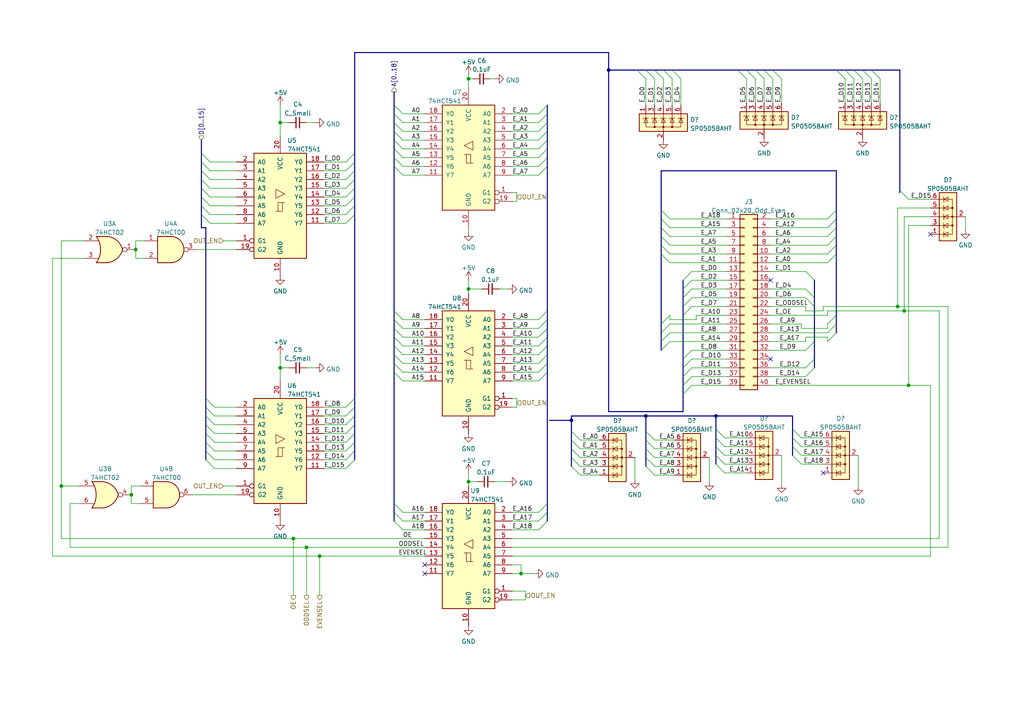
<source format=kicad_sch>
(kicad_sch (version 20211123) (generator eeschema)
  (paper "A4")
  (junction (at 151.13 166.37))
  (junction (at 135.89 22.86))
  (junction (at 165.735 121.92))
  (junction (at 85.09 156.21))
  (junction (at 263.525 111.76))
  (junction (at 88.9 158.75))
  (junction (at 81.28 35.56))
  (junction (at 39.37 72.39))
  (junction (at 207.645 120.65))
  (junction (at 81.28 106.68))
  (junction (at 92.71 161.29))
  (junction (at 176.53 20.32))
  (junction (at 135.89 139.7))
  (junction (at 262.255 90.17))
  (junction (at 260.35 88.9))
  (junction (at 38.1 143.51))
  (junction (at 187.325 120.65))
  (junction (at 17.78 140.97))
  (junction (at 135.89 83.82))
  (no_connect (at 269.875 67.945))
  (no_connect (at 223.52 81.28))
  (no_connect (at 223.52 104.14))
  (no_connect (at 238.76 137.16))
  (no_connect (at 123.19 163.83))
  (no_connect (at 123.19 166.37))
  (bus_entry (at 233.68 109.22) (size 2.54 -2.54))
  (bus_entry (at 233.68 106.68) (size 2.54 -2.54))
  (bus_entry (at 194.31 76.2) (size -2.54 -2.54))
  (bus_entry (at 194.31 93.98) (size -2.54 2.54))
  (bus_entry (at 194.31 91.44) (size -2.54 2.54))
  (bus_entry (at 194.31 68.58) (size -2.54 -2.54))
  (bus_entry (at 194.31 66.04) (size -2.54 -2.54))
  (bus_entry (at 194.31 71.12) (size -2.54 -2.54))
  (bus_entry (at 194.31 63.5) (size -2.54 -2.54))
  (bus_entry (at 194.31 73.66) (size -2.54 -2.54))
  (bus_entry (at 194.31 96.52) (size -2.54 2.54))
  (bus_entry (at 194.31 99.06) (size -2.54 2.54))
  (bus_entry (at 229.87 127) (size 2.54 2.54))
  (bus_entry (at 229.87 124.46) (size 2.54 2.54))
  (bus_entry (at 229.87 129.54) (size 2.54 2.54))
  (bus_entry (at 100.33 46.99) (size 2.54 -2.54))
  (bus_entry (at 100.33 49.53) (size 2.54 -2.54))
  (bus_entry (at 100.33 52.07) (size 2.54 -2.54))
  (bus_entry (at 100.33 54.61) (size 2.54 -2.54))
  (bus_entry (at 100.33 57.15) (size 2.54 -2.54))
  (bus_entry (at 100.33 59.69) (size 2.54 -2.54))
  (bus_entry (at 100.33 62.23) (size 2.54 -2.54))
  (bus_entry (at 100.33 64.77) (size 2.54 -2.54))
  (bus_entry (at 100.33 128.27) (size 2.54 -2.54))
  (bus_entry (at 100.33 130.81) (size 2.54 -2.54))
  (bus_entry (at 100.33 133.35) (size 2.54 -2.54))
  (bus_entry (at 100.33 135.89) (size 2.54 -2.54))
  (bus_entry (at 100.33 118.11) (size 2.54 -2.54))
  (bus_entry (at 100.33 120.65) (size 2.54 -2.54))
  (bus_entry (at 100.33 123.19) (size 2.54 -2.54))
  (bus_entry (at 100.33 125.73) (size 2.54 -2.54))
  (bus_entry (at 229.87 132.08) (size 2.54 2.54))
  (bus_entry (at 260.985 55.245) (size 2.54 2.54))
  (bus_entry (at 156.21 48.26) (size 2.54 -2.54))
  (bus_entry (at 156.21 50.8) (size 2.54 -2.54))
  (bus_entry (at 156.21 92.71) (size 2.54 -2.54))
  (bus_entry (at 156.21 95.25) (size 2.54 -2.54))
  (bus_entry (at 156.21 97.79) (size 2.54 -2.54))
  (bus_entry (at 156.21 100.33) (size 2.54 -2.54))
  (bus_entry (at 156.21 102.87) (size 2.54 -2.54))
  (bus_entry (at 156.21 105.41) (size 2.54 -2.54))
  (bus_entry (at 156.21 107.95) (size 2.54 -2.54))
  (bus_entry (at 156.21 110.49) (size 2.54 -2.54))
  (bus_entry (at 198.12 81.28) (size 2.54 -2.54))
  (bus_entry (at 198.12 91.44) (size 2.54 -2.54))
  (bus_entry (at 198.12 88.9) (size 2.54 -2.54))
  (bus_entry (at 198.12 86.36) (size 2.54 -2.54))
  (bus_entry (at 198.12 83.82) (size 2.54 -2.54))
  (bus_entry (at 198.12 114.3) (size 2.54 -2.54))
  (bus_entry (at 198.12 104.14) (size 2.54 -2.54))
  (bus_entry (at 198.12 106.68) (size 2.54 -2.54))
  (bus_entry (at 198.12 109.22) (size 2.54 -2.54))
  (bus_entry (at 198.12 111.76) (size 2.54 -2.54))
  (bus_entry (at 156.21 33.02) (size 2.54 -2.54))
  (bus_entry (at 156.21 35.56) (size 2.54 -2.54))
  (bus_entry (at 156.21 38.1) (size 2.54 -2.54))
  (bus_entry (at 156.21 40.64) (size 2.54 -2.54))
  (bus_entry (at 156.21 43.18) (size 2.54 -2.54))
  (bus_entry (at 156.21 45.72) (size 2.54 -2.54))
  (bus_entry (at 156.21 148.59) (size 2.54 -2.54))
  (bus_entry (at 156.21 151.13) (size 2.54 -2.54))
  (bus_entry (at 156.21 153.67) (size 2.54 -2.54))
  (bus_entry (at 240.03 63.5) (size 2.54 -2.54))
  (bus_entry (at 240.03 66.04) (size 2.54 -2.54))
  (bus_entry (at 240.03 68.58) (size 2.54 -2.54))
  (bus_entry (at 240.03 73.66) (size 2.54 -2.54))
  (bus_entry (at 240.03 71.12) (size 2.54 -2.54))
  (bus_entry (at 240.03 76.2) (size 2.54 -2.54))
  (bus_entry (at 240.03 93.98) (size 2.54 -2.54))
  (bus_entry (at 240.03 96.52) (size 2.54 -2.54))
  (bus_entry (at 240.03 99.06) (size 2.54 -2.54))
  (bus_entry (at 245.11 20.32) (size 2.54 2.54))
  (bus_entry (at 242.57 20.32) (size 2.54 2.54))
  (bus_entry (at 224.155 20.32) (size 2.54 2.54))
  (bus_entry (at 250.19 20.32) (size 2.54 2.54))
  (bus_entry (at 252.73 20.32) (size 2.54 2.54))
  (bus_entry (at 219.075 20.32) (size 2.54 2.54))
  (bus_entry (at 221.615 20.32) (size 2.54 2.54))
  (bus_entry (at 213.995 20.32) (size 2.54 2.54))
  (bus_entry (at 216.535 20.32) (size 2.54 2.54))
  (bus_entry (at 194.945 20.32) (size 2.54 2.54))
  (bus_entry (at 192.405 20.32) (size 2.54 2.54))
  (bus_entry (at 189.865 20.32) (size 2.54 2.54))
  (bus_entry (at 187.325 20.32) (size 2.54 2.54))
  (bus_entry (at 184.785 20.32) (size 2.54 2.54))
  (bus_entry (at 247.65 20.32) (size 2.54 2.54))
  (bus_entry (at 233.68 78.74) (size 2.54 2.54))
  (bus_entry (at 233.68 86.36) (size 2.54 2.54))
  (bus_entry (at 233.68 83.82) (size 2.54 2.54))
  (bus_entry (at 207.645 134.62) (size 2.54 2.54))
  (bus_entry (at 207.645 127) (size 2.54 2.54))
  (bus_entry (at 207.645 124.46) (size 2.54 2.54))
  (bus_entry (at 207.645 132.08) (size 2.54 2.54))
  (bus_entry (at 207.645 129.54) (size 2.54 2.54))
  (bus_entry (at 233.68 101.6) (size 2.54 -2.54))
  (bus_entry (at 58.42 52.07) (size 2.54 2.54))
  (bus_entry (at 58.42 49.53) (size 2.54 2.54))
  (bus_entry (at 58.42 46.99) (size 2.54 2.54))
  (bus_entry (at 58.42 44.45) (size 2.54 2.54))
  (bus_entry (at 58.42 54.61) (size 2.54 2.54))
  (bus_entry (at 58.42 62.23) (size 2.54 2.54))
  (bus_entry (at 58.42 59.69) (size 2.54 2.54))
  (bus_entry (at 58.42 57.15) (size 2.54 2.54))
  (bus_entry (at 59.69 123.19) (size 2.54 2.54))
  (bus_entry (at 59.69 120.65) (size 2.54 2.54))
  (bus_entry (at 59.69 118.11) (size 2.54 2.54))
  (bus_entry (at 59.69 115.57) (size 2.54 2.54))
  (bus_entry (at 59.69 133.35) (size 2.54 2.54))
  (bus_entry (at 59.69 130.81) (size 2.54 2.54))
  (bus_entry (at 59.69 128.27) (size 2.54 2.54))
  (bus_entry (at 59.69 125.73) (size 2.54 2.54))
  (bus_entry (at 114.3 48.26) (size 2.54 2.54))
  (bus_entry (at 114.3 45.72) (size 2.54 2.54))
  (bus_entry (at 114.3 43.18) (size 2.54 2.54))
  (bus_entry (at 114.3 40.64) (size 2.54 2.54))
  (bus_entry (at 114.3 38.1) (size 2.54 2.54))
  (bus_entry (at 114.3 35.56) (size 2.54 2.54))
  (bus_entry (at 114.3 33.02) (size 2.54 2.54))
  (bus_entry (at 114.3 30.48) (size 2.54 2.54))
  (bus_entry (at 114.3 100.33) (size 2.54 2.54))
  (bus_entry (at 114.3 97.79) (size 2.54 2.54))
  (bus_entry (at 114.3 95.25) (size 2.54 2.54))
  (bus_entry (at 114.3 92.71) (size 2.54 2.54))
  (bus_entry (at 114.3 90.17) (size 2.54 2.54))
  (bus_entry (at 165.735 135.255) (size 2.54 2.54))
  (bus_entry (at 165.735 125.095) (size 2.54 2.54))
  (bus_entry (at 165.735 127.635) (size 2.54 2.54))
  (bus_entry (at 165.735 130.175) (size 2.54 2.54))
  (bus_entry (at 165.735 132.715) (size 2.54 2.54))
  (bus_entry (at 187.325 125.095) (size 2.54 2.54))
  (bus_entry (at 187.325 127.635) (size 2.54 2.54))
  (bus_entry (at 187.325 132.715) (size 2.54 2.54))
  (bus_entry (at 187.325 130.175) (size 2.54 2.54))
  (bus_entry (at 187.325 135.255) (size 2.54 2.54))
  (bus_entry (at 114.3 151.13) (size 2.54 2.54))
  (bus_entry (at 114.3 148.59) (size 2.54 2.54))
  (bus_entry (at 114.3 146.05) (size 2.54 2.54))
  (bus_entry (at 114.3 107.95) (size 2.54 2.54))
  (bus_entry (at 114.3 105.41) (size 2.54 2.54))
  (bus_entry (at 114.3 102.87) (size 2.54 2.54))
  (wire (pts (xy 280.035 62.865) (xy 280.035 66.675)))
  (bus (pts (xy 114.3 48.26) (xy 114.3 90.17)))
  (bus (pts (xy 114.3 97.79) (xy 114.3 100.33)))
  (bus (pts (xy 229.87 120.65) (xy 207.645 120.65)))
  (bus (pts (xy 59.69 115.57) (xy 59.69 66.04)))
  (bus (pts (xy 114.3 100.33) (xy 114.3 102.87)))
  (bus (pts (xy 165.735 120.65) (xy 165.735 121.92)))
  (wire (pts (xy 93.98 57.15) (xy 100.33 57.15)))
  (wire (pts (xy 81.28 106.68) (xy 83.82 106.68)))
  (bus (pts (xy 176.53 20.32) (xy 176.53 15.24)))
  (wire (pts (xy 148.59 95.25) (xy 156.21 95.25)))
  (wire (pts (xy 232.41 132.08) (xy 238.76 132.08)))
  (wire (pts (xy 62.23 118.11) (xy 68.58 118.11)))
  (bus (pts (xy 159.385 121.92) (xy 165.735 121.92)))
  (wire (pts (xy 194.31 99.06) (xy 210.82 99.06)))
  (wire (pts (xy 233.68 99.06) (xy 233.68 97.79)))
  (wire (pts (xy 135.89 137.16) (xy 135.89 139.7)))
  (wire (pts (xy 149.86 115.57) (xy 148.59 115.57)))
  (bus (pts (xy 236.22 81.28) (xy 236.22 86.36)))
  (wire (pts (xy 194.31 92.71) (xy 194.31 91.44)))
  (bus (pts (xy 250.19 20.32) (xy 252.73 20.32)))
  (bus (pts (xy 165.735 121.92) (xy 165.735 125.095)))
  (wire (pts (xy 20.32 146.05) (xy 22.86 146.05)))
  (wire (pts (xy 151.13 163.83) (xy 151.13 166.37)))
  (wire (pts (xy 38.1 143.51) (xy 38.1 146.05)))
  (wire (pts (xy 223.52 93.98) (xy 232.41 93.98)))
  (bus (pts (xy 102.87 115.57) (xy 102.87 118.11)))
  (wire (pts (xy 135.89 21.59) (xy 135.89 22.86)))
  (bus (pts (xy 242.57 20.32) (xy 245.11 20.32)))
  (wire (pts (xy 262.255 62.865) (xy 262.255 90.17)))
  (wire (pts (xy 272.415 90.17) (xy 272.415 156.21)))
  (wire (pts (xy 88.9 158.75) (xy 88.9 172.72)))
  (wire (pts (xy 200.66 86.36) (xy 210.82 86.36)))
  (bus (pts (xy 187.325 20.32) (xy 189.865 20.32)))
  (bus (pts (xy 176.53 15.24) (xy 102.87 15.24)))
  (wire (pts (xy 232.41 134.62) (xy 238.76 134.62)))
  (wire (pts (xy 116.84 97.79) (xy 123.19 97.79)))
  (wire (pts (xy 116.84 153.67) (xy 123.19 153.67)))
  (wire (pts (xy 189.865 127.635) (xy 195.58 127.635)))
  (bus (pts (xy 198.12 86.36) (xy 198.12 88.9)))
  (bus (pts (xy 187.325 127.635) (xy 187.325 130.175)))
  (wire (pts (xy 148.59 163.83) (xy 151.13 163.83)))
  (wire (pts (xy 201.93 91.44) (xy 201.93 92.71)))
  (wire (pts (xy 55.88 143.51) (xy 68.58 143.51)))
  (bus (pts (xy 191.77 96.52) (xy 191.77 93.98)))
  (bus (pts (xy 114.3 40.64) (xy 114.3 43.18)))
  (wire (pts (xy 85.09 156.21) (xy 85.09 172.72)))
  (wire (pts (xy 148.59 58.42) (xy 149.86 58.42)))
  (bus (pts (xy 158.75 33.02) (xy 158.75 35.56)))
  (bus (pts (xy 114.3 105.41) (xy 114.3 107.95)))
  (bus (pts (xy 102.87 125.73) (xy 102.87 128.27)))
  (wire (pts (xy 223.52 99.06) (xy 233.68 99.06)))
  (wire (pts (xy 60.96 52.07) (xy 68.58 52.07)))
  (wire (pts (xy 194.31 93.98) (xy 210.82 93.98)))
  (bus (pts (xy 158.75 146.05) (xy 158.75 148.59)))
  (bus (pts (xy 198.12 83.82) (xy 198.12 86.36)))
  (wire (pts (xy 240.03 93.98) (xy 240.03 95.25)))
  (wire (pts (xy 148.59 38.1) (xy 156.21 38.1)))
  (wire (pts (xy 194.31 96.52) (xy 210.82 96.52)))
  (wire (pts (xy 60.96 46.99) (xy 68.58 46.99)))
  (wire (pts (xy 148.59 92.71) (xy 156.21 92.71)))
  (wire (pts (xy 194.31 63.5) (xy 210.82 63.5)))
  (wire (pts (xy 38.1 140.97) (xy 38.1 143.51)))
  (bus (pts (xy 102.87 118.11) (xy 102.87 120.65)))
  (wire (pts (xy 168.275 137.795) (xy 173.99 137.795)))
  (wire (pts (xy 116.84 107.95) (xy 123.19 107.95)))
  (bus (pts (xy 58.42 57.15) (xy 58.42 59.69)))
  (bus (pts (xy 165.735 130.175) (xy 165.735 132.715)))
  (wire (pts (xy 60.96 54.61) (xy 68.58 54.61)))
  (wire (pts (xy 194.31 66.04) (xy 210.82 66.04)))
  (bus (pts (xy 247.65 20.32) (xy 250.19 20.32)))
  (wire (pts (xy 200.66 109.22) (xy 210.82 109.22)))
  (wire (pts (xy 168.275 130.175) (xy 173.99 130.175)))
  (wire (pts (xy 148.59 171.45) (xy 152.4 171.45)))
  (wire (pts (xy 223.52 68.58) (xy 240.03 68.58)))
  (wire (pts (xy 148.59 50.8) (xy 156.21 50.8)))
  (bus (pts (xy 176.53 119.38) (xy 176.53 20.32)))
  (wire (pts (xy 210.185 129.54) (xy 216.535 129.54)))
  (wire (pts (xy 200.66 106.68) (xy 210.82 106.68)))
  (wire (pts (xy 223.52 101.6) (xy 233.68 101.6)))
  (wire (pts (xy 93.98 128.27) (xy 100.33 128.27)))
  (wire (pts (xy 148.59 43.18) (xy 156.21 43.18)))
  (bus (pts (xy 242.57 63.5) (xy 242.57 66.04)))
  (bus (pts (xy 198.12 81.28) (xy 198.12 83.82)))
  (wire (pts (xy 148.59 100.33) (xy 156.21 100.33)))
  (wire (pts (xy 116.84 43.18) (xy 123.19 43.18)))
  (wire (pts (xy 93.98 133.35) (xy 100.33 133.35)))
  (wire (pts (xy 262.255 90.17) (xy 272.415 90.17)))
  (wire (pts (xy 226.695 132.08) (xy 226.695 140.335)))
  (wire (pts (xy 15.24 74.93) (xy 24.13 74.93)))
  (bus (pts (xy 207.645 129.54) (xy 207.645 132.08)))
  (wire (pts (xy 93.98 49.53) (xy 100.33 49.53)))
  (bus (pts (xy 242.57 71.12) (xy 242.57 73.66)))
  (wire (pts (xy 233.68 90.17) (xy 238.76 90.17)))
  (wire (pts (xy 88.9 35.56) (xy 91.44 35.56)))
  (wire (pts (xy 245.11 22.86) (xy 245.11 29.845)))
  (wire (pts (xy 148.59 153.67) (xy 156.21 153.67)))
  (wire (pts (xy 17.78 69.85) (xy 24.13 69.85)))
  (wire (pts (xy 200.66 104.14) (xy 210.82 104.14)))
  (wire (pts (xy 269.875 60.325) (xy 260.35 60.325)))
  (bus (pts (xy 114.3 45.72) (xy 114.3 48.26)))
  (wire (pts (xy 223.52 66.04) (xy 240.03 66.04)))
  (wire (pts (xy 205.74 132.715) (xy 205.74 139.7)))
  (wire (pts (xy 64.77 69.85) (xy 68.58 69.85)))
  (wire (pts (xy 62.23 125.73) (xy 68.58 125.73)))
  (wire (pts (xy 148.59 148.59) (xy 156.21 148.59)))
  (bus (pts (xy 229.87 124.46) (xy 229.87 120.65)))
  (bus (pts (xy 242.57 73.66) (xy 242.57 91.44)))
  (bus (pts (xy 58.42 46.99) (xy 58.42 49.53)))
  (wire (pts (xy 116.84 38.1) (xy 123.19 38.1)))
  (wire (pts (xy 148.59 118.11) (xy 149.86 118.11)))
  (bus (pts (xy 189.865 20.32) (xy 192.405 20.32)))
  (bus (pts (xy 102.87 128.27) (xy 102.87 130.81)))
  (wire (pts (xy 240.03 90.17) (xy 262.255 90.17)))
  (wire (pts (xy 149.86 55.88) (xy 149.86 58.42)))
  (wire (pts (xy 269.875 111.76) (xy 269.875 161.29)))
  (bus (pts (xy 114.3 148.59) (xy 114.3 151.13)))
  (bus (pts (xy 158.75 102.87) (xy 158.75 105.41)))
  (wire (pts (xy 223.52 76.2) (xy 240.03 76.2)))
  (wire (pts (xy 223.52 88.9) (xy 233.68 88.9)))
  (wire (pts (xy 93.98 135.89) (xy 100.33 135.89)))
  (wire (pts (xy 93.98 64.77) (xy 100.33 64.77)))
  (wire (pts (xy 201.93 91.44) (xy 210.82 91.44)))
  (bus (pts (xy 187.325 120.65) (xy 187.325 125.095)))
  (wire (pts (xy 93.98 130.81) (xy 100.33 130.81)))
  (wire (pts (xy 39.37 72.39) (xy 39.37 74.93)))
  (bus (pts (xy 58.42 59.69) (xy 58.42 62.23)))
  (bus (pts (xy 216.535 20.32) (xy 219.075 20.32)))
  (bus (pts (xy 102.87 130.81) (xy 102.87 133.35)))
  (wire (pts (xy 135.89 22.86) (xy 137.16 22.86)))
  (bus (pts (xy 59.69 118.11) (xy 59.69 115.57)))
  (wire (pts (xy 15.24 161.29) (xy 92.71 161.29)))
  (bus (pts (xy 102.87 15.24) (xy 102.87 44.45)))
  (bus (pts (xy 207.645 124.46) (xy 207.645 127)))
  (bus (pts (xy 59.69 120.65) (xy 59.69 118.11)))
  (bus (pts (xy 114.3 95.25) (xy 114.3 97.79)))
  (wire (pts (xy 223.52 73.66) (xy 240.03 73.66)))
  (bus (pts (xy 158.75 40.64) (xy 158.75 43.18)))
  (wire (pts (xy 200.66 88.9) (xy 210.82 88.9)))
  (wire (pts (xy 148.59 40.64) (xy 156.21 40.64)))
  (wire (pts (xy 189.865 22.86) (xy 189.865 30.48)))
  (wire (pts (xy 93.98 54.61) (xy 100.33 54.61)))
  (wire (pts (xy 148.59 55.88) (xy 149.86 55.88)))
  (bus (pts (xy 114.3 33.02) (xy 114.3 35.56)))
  (bus (pts (xy 102.87 49.53) (xy 102.87 52.07)))
  (wire (pts (xy 238.76 90.17) (xy 238.76 88.9)))
  (wire (pts (xy 247.65 22.86) (xy 247.65 29.845)))
  (wire (pts (xy 148.59 158.75) (xy 274.955 158.75)))
  (wire (pts (xy 148.59 107.95) (xy 156.21 107.95)))
  (bus (pts (xy 102.87 52.07) (xy 102.87 54.61)))
  (bus (pts (xy 236.22 86.36) (xy 236.22 88.9)))
  (wire (pts (xy 93.98 59.69) (xy 100.33 59.69)))
  (bus (pts (xy 58.42 52.07) (xy 58.42 54.61)))
  (wire (pts (xy 93.98 62.23) (xy 100.33 62.23)))
  (wire (pts (xy 15.24 161.29) (xy 15.24 74.93)))
  (bus (pts (xy 207.645 127) (xy 207.645 129.54)))
  (bus (pts (xy 236.22 99.06) (xy 236.22 104.14)))
  (bus (pts (xy 242.57 66.04) (xy 242.57 68.58)))
  (wire (pts (xy 194.31 76.2) (xy 210.82 76.2)))
  (wire (pts (xy 269.875 62.865) (xy 262.255 62.865)))
  (wire (pts (xy 116.84 102.87) (xy 123.19 102.87)))
  (bus (pts (xy 198.12 119.38) (xy 176.53 119.38)))
  (bus (pts (xy 242.57 49.53) (xy 242.57 60.96)))
  (bus (pts (xy 236.22 88.9) (xy 236.22 99.06)))
  (wire (pts (xy 221.615 22.86) (xy 221.615 29.845)))
  (bus (pts (xy 158.75 35.56) (xy 158.75 38.1)))
  (bus (pts (xy 229.87 129.54) (xy 229.87 127)))
  (bus (pts (xy 165.735 132.715) (xy 165.735 135.255)))
  (bus (pts (xy 102.87 44.45) (xy 102.87 46.99)))
  (wire (pts (xy 223.52 91.44) (xy 240.03 91.44)))
  (wire (pts (xy 148.59 110.49) (xy 156.21 110.49)))
  (bus (pts (xy 114.3 30.48) (xy 114.3 33.02)))
  (wire (pts (xy 200.66 83.82) (xy 210.82 83.82)))
  (wire (pts (xy 189.865 135.255) (xy 195.58 135.255)))
  (wire (pts (xy 144.78 83.82) (xy 147.32 83.82)))
  (wire (pts (xy 116.84 50.8) (xy 123.19 50.8)))
  (wire (pts (xy 240.03 97.79) (xy 240.03 99.06)))
  (wire (pts (xy 39.37 69.85) (xy 41.91 69.85)))
  (bus (pts (xy 176.53 20.32) (xy 184.785 20.32)))
  (wire (pts (xy 219.075 22.86) (xy 219.075 29.845)))
  (wire (pts (xy 240.03 90.17) (xy 240.03 91.44)))
  (bus (pts (xy 198.12 88.9) (xy 198.12 91.44)))
  (wire (pts (xy 210.185 134.62) (xy 216.535 134.62)))
  (wire (pts (xy 223.52 63.5) (xy 240.03 63.5)))
  (wire (pts (xy 194.31 73.66) (xy 210.82 73.66)))
  (bus (pts (xy 260.985 55.245) (xy 260.985 55.88)))
  (bus (pts (xy 59.69 66.04) (xy 58.42 66.04)))
  (wire (pts (xy 148.59 105.41) (xy 156.21 105.41)))
  (wire (pts (xy 148.59 33.02) (xy 156.21 33.02)))
  (wire (pts (xy 57.15 72.39) (xy 68.58 72.39)))
  (wire (pts (xy 223.52 106.68) (xy 233.68 106.68)))
  (wire (pts (xy 38.1 146.05) (xy 40.64 146.05)))
  (wire (pts (xy 60.96 57.15) (xy 68.58 57.15)))
  (wire (pts (xy 88.9 106.68) (xy 91.44 106.68)))
  (wire (pts (xy 226.695 22.86) (xy 226.695 29.845)))
  (bus (pts (xy 245.11 20.32) (xy 247.65 20.32)))
  (bus (pts (xy 114.3 43.18) (xy 114.3 45.72)))
  (wire (pts (xy 263.525 57.785) (xy 269.875 57.785)))
  (wire (pts (xy 148.59 161.29) (xy 269.875 161.29)))
  (wire (pts (xy 93.98 46.99) (xy 100.33 46.99)))
  (wire (pts (xy 200.66 81.28) (xy 210.82 81.28)))
  (wire (pts (xy 168.275 127.635) (xy 173.99 127.635)))
  (wire (pts (xy 210.185 127) (xy 216.535 127)))
  (wire (pts (xy 135.89 139.7) (xy 138.43 139.7)))
  (bus (pts (xy 158.75 95.25) (xy 158.75 97.79)))
  (bus (pts (xy 191.77 60.96) (xy 191.77 49.53)))
  (bus (pts (xy 59.69 125.73) (xy 59.69 123.19)))
  (wire (pts (xy 148.59 35.56) (xy 156.21 35.56)))
  (wire (pts (xy 17.78 140.97) (xy 22.86 140.97)))
  (bus (pts (xy 58.42 44.45) (xy 58.42 46.99)))
  (wire (pts (xy 192.405 22.86) (xy 192.405 30.48)))
  (bus (pts (xy 224.155 20.32) (xy 242.57 20.32)))
  (wire (pts (xy 148.59 151.13) (xy 156.21 151.13)))
  (wire (pts (xy 81.28 106.68) (xy 81.28 110.49)))
  (wire (pts (xy 93.98 52.07) (xy 100.33 52.07)))
  (bus (pts (xy 198.12 91.44) (xy 198.12 104.14)))
  (wire (pts (xy 92.71 161.29) (xy 123.19 161.29)))
  (wire (pts (xy 60.96 64.77) (xy 68.58 64.77)))
  (wire (pts (xy 17.78 156.21) (xy 85.09 156.21)))
  (wire (pts (xy 216.535 22.86) (xy 216.535 29.845)))
  (wire (pts (xy 187.325 22.86) (xy 187.325 30.48)))
  (bus (pts (xy 187.325 125.095) (xy 187.325 127.635)))
  (wire (pts (xy 232.41 127) (xy 238.76 127)))
  (wire (pts (xy 62.23 130.81) (xy 68.58 130.81)))
  (wire (pts (xy 194.31 71.12) (xy 210.82 71.12)))
  (bus (pts (xy 58.42 54.61) (xy 58.42 57.15)))
  (wire (pts (xy 223.52 109.22) (xy 233.68 109.22)))
  (bus (pts (xy 191.77 66.04) (xy 191.77 63.5)))
  (bus (pts (xy 198.12 104.14) (xy 198.12 106.68)))
  (wire (pts (xy 60.96 49.53) (xy 68.58 49.53)))
  (bus (pts (xy 114.3 35.56) (xy 114.3 38.1)))
  (bus (pts (xy 158.75 90.17) (xy 158.75 92.71)))
  (bus (pts (xy 191.77 68.58) (xy 191.77 66.04)))
  (wire (pts (xy 238.76 88.9) (xy 260.35 88.9)))
  (bus (pts (xy 191.77 93.98) (xy 191.77 73.66)))
  (bus (pts (xy 158.75 43.18) (xy 158.75 45.72)))
  (wire (pts (xy 233.68 88.9) (xy 233.68 90.17)))
  (bus (pts (xy 192.405 20.32) (xy 194.945 20.32)))
  (bus (pts (xy 158.75 97.79) (xy 158.75 100.33)))
  (wire (pts (xy 39.37 74.93) (xy 41.91 74.93)))
  (bus (pts (xy 59.69 133.35) (xy 59.69 130.81)))
  (wire (pts (xy 210.185 137.16) (xy 216.535 137.16)))
  (wire (pts (xy 116.84 40.64) (xy 123.19 40.64)))
  (bus (pts (xy 191.77 71.12) (xy 191.77 68.58)))
  (bus (pts (xy 191.77 49.53) (xy 242.57 49.53)))
  (wire (pts (xy 210.185 132.08) (xy 216.535 132.08)))
  (wire (pts (xy 40.64 140.97) (xy 38.1 140.97)))
  (bus (pts (xy 58.42 62.23) (xy 58.42 66.04)))
  (wire (pts (xy 135.89 139.7) (xy 135.89 140.97)))
  (bus (pts (xy 158.75 107.95) (xy 158.75 146.05)))
  (wire (pts (xy 255.27 22.86) (xy 255.27 29.845)))
  (bus (pts (xy 242.57 68.58) (xy 242.57 71.12)))
  (wire (pts (xy 92.71 161.29) (xy 92.71 172.72)))
  (bus (pts (xy 158.75 30.48) (xy 158.75 33.02)))
  (wire (pts (xy 116.84 100.33) (xy 123.19 100.33)))
  (bus (pts (xy 102.87 59.69) (xy 102.87 62.23)))
  (wire (pts (xy 189.865 130.175) (xy 195.58 130.175)))
  (bus (pts (xy 207.645 120.65) (xy 207.645 124.46)))
  (bus (pts (xy 59.69 128.27) (xy 59.69 125.73)))
  (bus (pts (xy 158.75 105.41) (xy 158.75 107.95)))
  (wire (pts (xy 81.28 35.56) (xy 83.82 35.56)))
  (bus (pts (xy 187.325 130.175) (xy 187.325 132.715)))
  (wire (pts (xy 260.35 88.9) (xy 274.955 88.9)))
  (bus (pts (xy 114.3 107.95) (xy 114.3 146.05)))
  (bus (pts (xy 102.87 123.19) (xy 102.87 125.73)))
  (bus (pts (xy 260.985 20.32) (xy 260.985 55.245)))
  (wire (pts (xy 223.52 96.52) (xy 240.03 96.52)))
  (wire (pts (xy 269.875 65.405) (xy 263.525 65.405)))
  (wire (pts (xy 232.41 95.25) (xy 240.03 95.25)))
  (wire (pts (xy 135.89 22.86) (xy 135.89 25.4)))
  (wire (pts (xy 149.86 115.57) (xy 149.86 118.11)))
  (bus (pts (xy 236.22 104.14) (xy 236.22 106.68)))
  (wire (pts (xy 168.275 135.255) (xy 173.99 135.255)))
  (bus (pts (xy 191.77 99.06) (xy 191.77 96.52)))
  (wire (pts (xy 200.66 111.76) (xy 210.82 111.76)))
  (wire (pts (xy 148.59 102.87) (xy 156.21 102.87)))
  (bus (pts (xy 158.75 45.72) (xy 158.75 48.26)))
  (wire (pts (xy 189.865 132.715) (xy 195.58 132.715)))
  (wire (pts (xy 64.77 140.97) (xy 68.58 140.97)))
  (bus (pts (xy 184.785 20.32) (xy 187.325 20.32)))
  (wire (pts (xy 17.78 140.97) (xy 17.78 69.85)))
  (wire (pts (xy 135.89 81.28) (xy 135.89 83.82)))
  (wire (pts (xy 81.28 30.48) (xy 81.28 35.56)))
  (wire (pts (xy 197.485 22.86) (xy 197.485 30.48)))
  (bus (pts (xy 158.75 100.33) (xy 158.75 102.87)))
  (wire (pts (xy 148.59 48.26) (xy 156.21 48.26)))
  (bus (pts (xy 198.12 114.3) (xy 198.12 119.38)))
  (bus (pts (xy 114.3 92.71) (xy 114.3 95.25)))
  (wire (pts (xy 93.98 118.11) (xy 100.33 118.11)))
  (bus (pts (xy 221.615 20.32) (xy 224.155 20.32)))
  (wire (pts (xy 62.23 120.65) (xy 68.58 120.65)))
  (bus (pts (xy 165.735 120.65) (xy 187.325 120.65)))
  (wire (pts (xy 189.865 137.795) (xy 195.58 137.795)))
  (wire (pts (xy 60.96 59.69) (xy 68.58 59.69)))
  (bus (pts (xy 229.87 132.08) (xy 229.87 129.54)))
  (wire (pts (xy 135.89 66.04) (xy 135.89 67.31)))
  (wire (pts (xy 116.84 48.26) (xy 123.19 48.26)))
  (wire (pts (xy 116.84 33.02) (xy 123.19 33.02)))
  (bus (pts (xy 191.77 63.5) (xy 191.77 60.96)))
  (wire (pts (xy 62.23 123.19) (xy 68.58 123.19)))
  (bus (pts (xy 102.87 120.65) (xy 102.87 123.19)))
  (wire (pts (xy 88.9 158.75) (xy 123.19 158.75)))
  (wire (pts (xy 168.275 132.715) (xy 173.99 132.715)))
  (wire (pts (xy 223.52 86.36) (xy 233.68 86.36)))
  (wire (pts (xy 60.96 62.23) (xy 68.58 62.23)))
  (wire (pts (xy 39.37 72.39) (xy 39.37 69.85)))
  (wire (pts (xy 201.93 92.71) (xy 194.31 92.71)))
  (wire (pts (xy 20.32 146.05) (xy 20.32 158.75)))
  (bus (pts (xy 187.325 132.715) (xy 187.325 135.255)))
  (bus (pts (xy 58.42 49.53) (xy 58.42 52.07)))
  (wire (pts (xy 135.89 83.82) (xy 135.89 85.09)))
  (bus (pts (xy 229.87 127) (xy 229.87 124.46)))
  (wire (pts (xy 85.09 156.21) (xy 123.19 156.21)))
  (wire (pts (xy 200.66 101.6) (xy 210.82 101.6)))
  (wire (pts (xy 233.68 97.79) (xy 240.03 97.79)))
  (wire (pts (xy 116.84 151.13) (xy 123.19 151.13)))
  (bus (pts (xy 59.69 130.81) (xy 59.69 128.27)))
  (wire (pts (xy 17.78 156.21) (xy 17.78 140.97)))
  (wire (pts (xy 93.98 120.65) (xy 100.33 120.65)))
  (wire (pts (xy 250.19 22.86) (xy 250.19 29.845)))
  (wire (pts (xy 62.23 135.89) (xy 68.58 135.89)))
  (wire (pts (xy 223.52 111.76) (xy 263.525 111.76)))
  (wire (pts (xy 263.525 65.405) (xy 263.525 111.76)))
  (wire (pts (xy 260.35 60.325) (xy 260.35 88.9)))
  (bus (pts (xy 198.12 111.76) (xy 198.12 114.3)))
  (wire (pts (xy 223.52 71.12) (xy 240.03 71.12)))
  (bus (pts (xy 158.75 38.1) (xy 158.75 40.64)))
  (bus (pts (xy 242.57 60.96) (xy 242.57 63.5)))
  (wire (pts (xy 81.28 35.56) (xy 81.28 39.37)))
  (bus (pts (xy 207.645 132.08) (xy 207.645 134.62)))
  (wire (pts (xy 116.84 95.25) (xy 123.19 95.25)))
  (bus (pts (xy 114.3 26.67) (xy 114.3 30.48)))
  (wire (pts (xy 148.59 173.99) (xy 152.4 173.99)))
  (wire (pts (xy 116.84 110.49) (xy 123.19 110.49)))
  (wire (pts (xy 116.84 148.59) (xy 123.19 148.59)))
  (wire (pts (xy 248.92 132.08) (xy 248.92 140.97)))
  (bus (pts (xy 59.69 123.19) (xy 59.69 120.65)))
  (bus (pts (xy 213.995 20.32) (xy 216.535 20.32)))
  (bus (pts (xy 114.3 90.17) (xy 114.3 92.71)))
  (bus (pts (xy 165.735 127.635) (xy 165.735 130.175)))
  (bus (pts (xy 102.87 62.23) (xy 102.87 115.57)))
  (wire (pts (xy 224.155 22.86) (xy 224.155 29.845)))
  (wire (pts (xy 116.84 35.56) (xy 123.19 35.56)))
  (wire (pts (xy 143.51 139.7) (xy 147.32 139.7)))
  (wire (pts (xy 152.4 171.45) (xy 152.4 173.99)))
  (wire (pts (xy 142.24 22.86) (xy 143.51 22.86)))
  (bus (pts (xy 187.325 120.65) (xy 207.645 120.65)))
  (wire (pts (xy 148.59 166.37) (xy 151.13 166.37)))
  (bus (pts (xy 158.75 48.26) (xy 158.75 90.17)))
  (bus (pts (xy 252.73 20.32) (xy 260.985 20.32)))
  (wire (pts (xy 93.98 125.73) (xy 100.33 125.73)))
  (bus (pts (xy 58.42 40.64) (xy 58.42 44.45)))
  (bus (pts (xy 158.75 148.59) (xy 158.75 151.13)))
  (wire (pts (xy 184.15 132.715) (xy 184.15 139.065)))
  (wire (pts (xy 116.84 45.72) (xy 123.19 45.72)))
  (bus (pts (xy 198.12 106.68) (xy 198.12 109.22)))
  (wire (pts (xy 194.945 22.86) (xy 194.945 30.48)))
  (bus (pts (xy 242.57 91.44) (xy 242.57 93.98)))
  (wire (pts (xy 148.59 156.21) (xy 272.415 156.21)))
  (bus (pts (xy 191.77 101.6) (xy 191.77 99.06)))
  (wire (pts (xy 62.23 128.27) (xy 68.58 128.27)))
  (wire (pts (xy 20.32 158.75) (xy 88.9 158.75)))
  (wire (pts (xy 232.41 129.54) (xy 238.76 129.54)))
  (wire (pts (xy 200.66 78.74) (xy 210.82 78.74)))
  (bus (pts (xy 165.735 125.095) (xy 165.735 127.635)))
  (bus (pts (xy 198.12 109.22) (xy 198.12 111.76)))
  (wire (pts (xy 148.59 45.72) (xy 156.21 45.72)))
  (bus (pts (xy 194.945 20.32) (xy 213.995 20.32)))
  (wire (pts (xy 116.84 92.71) (xy 123.19 92.71)))
  (bus (pts (xy 114.3 146.05) (xy 114.3 148.59)))
  (bus (pts (xy 102.87 57.15) (xy 102.87 59.69)))
  (wire (pts (xy 151.13 166.37) (xy 154.94 166.37)))
  (wire (pts (xy 135.89 83.82) (xy 139.7 83.82)))
  (bus (pts (xy 114.3 102.87) (xy 114.3 105.41)))
  (wire (pts (xy 194.31 68.58) (xy 210.82 68.58)))
  (bus (pts (xy 102.87 54.61) (xy 102.87 57.15)))
  (wire (pts (xy 62.23 133.35) (xy 68.58 133.35)))
  (wire (pts (xy 81.28 102.87) (xy 81.28 106.68)))
  (wire (pts (xy 274.955 88.9) (xy 274.955 158.75)))
  (wire (pts (xy 252.73 22.86) (xy 252.73 29.845)))
  (wire (pts (xy 232.41 93.98) (xy 232.41 95.25)))
  (wire (pts (xy 116.84 105.41) (xy 123.19 105.41)))
  (bus (pts (xy 242.57 93.98) (xy 242.57 96.52)))
  (bus (pts (xy 191.77 73.66) (xy 191.77 71.12)))
  (bus (pts (xy 102.87 46.99) (xy 102.87 49.53)))
  (bus (pts (xy 158.75 92.71) (xy 158.75 95.25)))
  (bus (pts (xy 114.3 38.1) (xy 114.3 40.64)))
  (wire (pts (xy 263.525 111.76) (xy 269.875 111.76)))
  (wire (pts (xy 223.52 83.82) (xy 233.68 83.82)))
  (wire (pts (xy 223.52 78.74) (xy 233.68 78.74)))
  (wire (pts (xy 148.59 97.79) (xy 156.21 97.79)))
  (bus (pts (xy 219.075 20.32) (xy 221.615 20.32)))
  (wire (pts (xy 93.98 123.19) (xy 100.33 123.19)))
  (label "E_D15" (at 264.16 57.785 0))
  (label "E_A8" (at 203.2 96.52 0))
  (label "E_D2" (at 203.2 81.28 0))
  (label "A9" (at 119.38 95.25 0))
  (label "A3" (at 119.38 40.64 0))
  (label "E_A13" (at 148.59 105.41 0))
  (label "E_D12" (at 226.06 106.68 0))
  (label "E_D5" (at 216.535 29.845 90))
  (label "E_A18" (at 203.2 63.5 0))
  (label "E_A9" (at 226.06 93.98 0))
  (label "E_A11" (at 148.59 100.33 0))
  (label "E_D1" (at 93.98 49.53 0))
  (label "ODDSEL" (at 115.57 158.75 0))
  (label "E_D13" (at 93.98 130.81 0))
  (label "E_A13" (at 226.06 96.52 0))
  (label "E_A5" (at 191.135 127.635 0))
  (label "A4" (at 119.38 43.18 0))
  (label "E_ODDSEL" (at 224.79 88.9 0))
  (label "E_D13" (at 252.73 29.845 90))
  (label "E_A2" (at 168.91 132.715 0))
  (label "E_A14" (at 148.59 107.95 0))
  (label "E_D3" (at 203.2 83.82 0))
  (label "E_A14" (at 203.2 99.06 0))
  (label "E_A3" (at 168.91 135.255 0))
  (label "E_A18" (at 233.045 134.62 0))
  (label "E_EVENSEL" (at 224.79 111.76 0))
  (label "E_D12" (at 250.19 29.845 90))
  (label "E_A10" (at 148.59 97.79 0))
  (label "E_A2" (at 224.79 73.66 0))
  (label "A5" (at 119.38 45.72 0))
  (label "E_D10" (at 245.11 29.845 90))
  (label "E_A7" (at 191.135 132.715 0))
  (label "E_D2" (at 192.405 29.845 90))
  (label "E_D8" (at 224.155 29.845 90))
  (label "E_D6" (at 219.075 29.845 90))
  (label "E_A7" (at 203.2 68.58 0))
  (label "E_A0" (at 168.91 127.635 0))
  (label "E_D5" (at 203.2 86.36 0))
  (label "E_D4" (at 93.98 57.15 0))
  (label "E_A17" (at 148.59 151.13 0))
  (label "E_D8" (at 93.98 118.11 0))
  (label "E_D3" (at 194.945 29.845 90))
  (label "A10" (at 119.38 97.79 0))
  (label "E_D0" (at 93.98 46.99 0))
  (label "E_D6" (at 224.79 86.36 0))
  (label "A12" (at 119.38 102.87 0))
  (label "A17" (at 119.38 151.13 0))
  (label "E_D5" (at 93.98 59.69 0))
  (label "E_D1" (at 189.865 29.845 90))
  (label "E_D15" (at 203.2 111.76 0))
  (label "E_D9" (at 226.695 29.845 90))
  (label "E_D0" (at 203.2 78.74 0))
  (label "E_A12" (at 224.79 66.04 0))
  (label "A1" (at 119.38 35.56 0))
  (label "OE" (at 116.84 156.21 0))
  (label "E_A4" (at 168.91 137.795 0))
  (label "E_D15" (at 93.98 135.89 0))
  (label "E_A17" (at 226.06 99.06 0))
  (label "E_D14" (at 226.06 109.22 0))
  (label "E_A0" (at 224.79 76.2 0))
  (label "A16" (at 119.38 148.59 0))
  (label "A6" (at 119.38 48.26 0))
  (label "E_A3" (at 203.2 73.66 0))
  (label "E_D3" (at 93.98 54.61 0))
  (label "E_D14" (at 255.27 29.845 90))
  (label "E_D10" (at 203.2 104.14 0))
  (label "E_A1" (at 168.91 130.175 0))
  (label "A18" (at 119.38 153.67 0))
  (label "E_D7" (at 221.615 29.845 90))
  (label "E_A16" (at 233.045 129.54 0))
  (label "A7" (at 119.38 50.8 0))
  (label "E_D11" (at 93.98 125.73 0))
  (label "E_A13" (at 211.455 134.62 0))
  (label "E_D11" (at 203.2 106.68 0))
  (label "A2" (at 119.38 38.1 0))
  (label "E_A1" (at 203.2 76.2 0))
  (label "E_A6" (at 224.79 68.58 0))
  (label "A13" (at 119.38 105.41 0))
  (label "E_A0" (at 148.59 33.02 0))
  (label "A15" (at 119.38 110.49 0))
  (label "A0" (at 119.38 33.02 0))
  (label "E_A6" (at 191.135 130.175 0))
  (label "E_A2" (at 148.59 38.1 0))
  (label "E_A7" (at 148.59 50.8 0))
  (label "E_A9" (at 148.59 95.25 0))
  (label "E_A5" (at 148.59 45.72 0))
  (label "E_A10" (at 211.455 127 0))
  (label "E_A3" (at 148.59 40.64 0))
  (label "E_A16" (at 148.59 148.59 0))
  (label "E_A16" (at 224.79 63.5 0))
  (label "E_A15" (at 148.59 110.49 0))
  (label "E_D0" (at 187.325 29.845 90))
  (label "E_D2" (at 93.98 52.07 0))
  (label "EVENSEL" (at 115.57 161.29 0))
  (label "E_OE" (at 224.79 91.44 0))
  (label "E_A18" (at 148.59 153.67 0))
  (label "E_D9" (at 226.06 101.6 0))
  (label "E_D12" (at 93.98 128.27 0))
  (label "E_D13" (at 203.2 109.22 0))
  (label "E_D6" (at 93.98 62.23 0))
  (label "A8" (at 119.38 92.71 0))
  (label "E_A15" (at 203.2 66.04 0))
  (label "E_A14" (at 211.455 137.16 0))
  (label "E_A11" (at 203.2 93.98 0))
  (label "E_A10" (at 203.2 91.44 0))
  (label "E_D11" (at 247.65 29.845 90))
  (label "E_D4" (at 224.79 83.82 0))
  (label "E_A17" (at 233.045 132.08 0))
  (label "E_A12" (at 211.455 132.08 0))
  (label "E_A5" (at 203.2 71.12 0))
  (label "E_A12" (at 148.59 102.87 0))
  (label "E_A4" (at 224.79 71.12 0))
  (label "E_A8" (at 191.135 135.255 0))
  (label "E_D14" (at 93.98 133.35 0))
  (label "E_A15" (at 233.045 127 0))
  (label "E_A8" (at 148.59 92.71 0))
  (label "E_A1" (at 148.59 35.56 0))
  (label "E_D9" (at 93.98 120.65 0))
  (label "E_D8" (at 203.2 101.6 0))
  (label "E_A9" (at 191.135 137.795 0))
  (label "A11" (at 119.38 100.33 0))
  (label "E_A11" (at 211.455 129.54 0))
  (label "E_A6" (at 148.59 48.26 0))
  (label "E_D4" (at 197.485 29.845 90))
  (label "E_D7" (at 203.2 88.9 0))
  (label "E_A4" (at 148.59 43.18 0))
  (label "A14" (at 119.38 107.95 0))
  (label "E_D7" (at 93.98 64.77 0))
  (label "E_D1" (at 224.79 78.74 0))
  (label "E_D10" (at 93.98 123.19 0))
  (hierarchical_label "OUT_EN" (shape input) (at 149.86 116.84 0))
  (hierarchical_label "OUT_EN" (shape input) (at 64.77 69.85 180))
  (hierarchical_label "A[0..18]" (shape output) (at 114.3 26.67 90))
  (hierarchical_label "OUT_EN" (shape input) (at 152.4 172.72 0))
  (hierarchical_label "D[0..15]" (shape input) (at 58.42 40.64 90))
  (hierarchical_label "OE" (shape output) (at 85.09 172.72 270))
  (hierarchical_label "ODDSEL" (shape output) (at 88.9 172.72 270))
  (hierarchical_label "EVENSEL" (shape output) (at 92.71 172.72 270))
  (hierarchical_label "OUT_EN" (shape input) (at 149.86 57.15 0))
  (hierarchical_label "OUT_EN" (shape input) (at 64.77 140.97 180))
  (symbol (lib_id "power:GND") (at 205.74 139.7 0) (unit 1)
    (property "Reference" "#PWR?" (effects hide))
    (property "Value" "GND" (at 205.74 144.1434 0))
  )
  (symbol (lib_id "Connector_Generic:Conn_02x20_Odd_Even") (at 215.9 86.36 0) (unit 1)
    (property "Reference" "J3" (at 217.17 58.5302 0))
    (property "Value" "Conn_02x20_Odd_Even" (at 217.17 61.0671 0))
    (property "Footprint" "Connector_IDC:IDC-Header_2x20_P2.54mm_Vertical" (effects hide))
  )
  (symbol (lib_id "Device:C_Small") (at 139.7 22.86 90) (unit 1)
    (property "Reference" "C6" (at 139.7063 17.5981 90))
    (property "Value" "0.1uF" (at 139.7063 20.135 90))
    (property "Footprint" "Capacitor_SMD:C_1206_3216Metric_Pad1.33x1.80mm_HandSolder" (effects hide))
  )
  (symbol (lib_id "Power_Protection:SP0505BAHT") (at 221.615 34.925 0) (unit 1)
    (property "Reference" "D?" (at 229.362 34.0903 0) (effects (justify left)))
    (property "Value" "SP0505BAHT" (at 229.362 36.6272 0) (effects (justify left)))
    (property "Footprint" "Package_TO_SOT_SMD:SOT-23-6" (effects hide))
    (property "Datasheet" "http://www.littelfuse.com/~/media/files/littelfuse/technical%20resources/documents/data%20sheets/sp05xxba.pdf" (effects hide))
  )
  (symbol (lib_id "power:GND") (at 250.19 40.005 0) (unit 1)
    (property "Reference" "#PWR?" (effects hide))
    (property "Value" "GND" (at 250.19 44.4484 0))
  )
  (symbol (lib_id "power:GND") (at 81.28 151.13 0) (unit 1)
    (property "Reference" "#PWR015" (effects hide))
    (property "Value" "GND" (at 81.28 155.5734 0))
  )
  (symbol (lib_id "74xx:74HCT541") (at 135.89 105.41 0) (mirror y) (unit 1)
    (property "Reference" "U8" (at 133.8706 86.4702 0) (effects (justify left)))
    (property "Value" "74HCT541" (at 133.8706 89.0071 0) (effects (justify left)))
    (property "Footprint" "Package_SO:SOIC-20W_7.5x12.8mm_P1.27mm" (effects hide))
    (property "Datasheet" "http://www.ti.com/lit/gpn/sn74HCT541" (effects hide))
  )
  (symbol (lib_id "power:GND") (at 135.89 181.61 0) (unit 1)
    (property "Reference" "#PWR023" (effects hide))
    (property "Value" "GND" (at 135.89 186.0534 0))
  )
  (symbol (lib_id "74xx:74HCT02") (at 30.48 143.51 0) (unit 2)
    (property "Reference" "U3" (at 30.48 136.0002 0))
    (property "Value" "74HCT02" (at 30.48 138.5371 0))
    (property "Footprint" "Package_SO:SOIC-14_3.9x8.7mm_P1.27mm" (effects hide))
    (property "Datasheet" "http://www.ti.com/lit/gpn/sn74hct02" (effects hide))
  )
  (symbol (lib_id "power:GND") (at 248.92 140.97 0) (unit 1)
    (property "Reference" "#PWR?" (effects hide))
    (property "Value" "GND" (at 248.92 145.4134 0))
  )
  (symbol (lib_id "Power_Protection:SP0505BAHT") (at 274.955 62.865 90) (unit 1)
    (property "Reference" "D?" (at 274.955 52.1802 90))
    (property "Value" "SP0505BAHT" (at 274.955 54.7171 90))
    (property "Footprint" "Package_TO_SOT_SMD:SOT-23-6" (effects hide))
    (property "Datasheet" "http://www.littelfuse.com/~/media/files/littelfuse/technical%20resources/documents/data%20sheets/sp05xxba.pdf" (effects hide))
  )
  (symbol (lib_id "power:GND") (at 221.615 40.005 0) (unit 1)
    (property "Reference" "#PWR?" (effects hide))
    (property "Value" "GND" (at 221.615 44.4484 0))
  )
  (symbol (lib_id "Power_Protection:SP0505BAHT") (at 250.19 34.925 0) (unit 1)
    (property "Reference" "D?" (at 257.937 34.0903 0) (effects (justify left)))
    (property "Value" "SP0505BAHT" (at 257.937 36.6272 0) (effects (justify left)))
    (property "Footprint" "Package_TO_SOT_SMD:SOT-23-6" (effects hide))
    (property "Datasheet" "http://www.littelfuse.com/~/media/files/littelfuse/technical%20resources/documents/data%20sheets/sp05xxba.pdf" (effects hide))
  )
  (symbol (lib_id "74xx:74HCT541") (at 81.28 59.69 0) (unit 1)
    (property "Reference" "U5" (at 83.2994 40.7502 0) (effects (justify left)))
    (property "Value" "74HCT541" (at 83.2994 43.2871 0) (effects (justify left)))
    (property "Footprint" "Package_SO:SOIC-20W_7.5x12.8mm_P1.27mm" (effects hide))
    (property "Datasheet" "http://www.ti.com/lit/gpn/sn74HCT541" (effects hide))
  )
  (symbol (lib_id "power:GND") (at 280.035 66.675 0) (unit 1)
    (property "Reference" "#PWR?" (effects hide))
    (property "Value" "GND" (at 280.035 71.1184 0))
  )
  (symbol (lib_id "74xx:74HCT00") (at 48.26 143.51 0) (unit 2)
    (property "Reference" "U4" (at 48.26 136.0002 0))
    (property "Value" "74HCT00" (at 48.26 138.5371 0))
    (property "Footprint" "Package_SO:SOIC-14_3.9x8.7mm_P1.27mm" (effects hide))
    (property "Datasheet" "http://www.ti.com/lit/gpn/sn74hct00" (effects hide))
  )
  (symbol (lib_id "Power_Protection:SP0505BAHT") (at 243.84 132.08 90) (unit 1)
    (property "Reference" "D?" (at 243.84 121.3952 90))
    (property "Value" "SP0505BAHT" (at 243.84 123.9321 90))
    (property "Footprint" "Package_TO_SOT_SMD:SOT-23-6" (effects hide))
    (property "Datasheet" "http://www.littelfuse.com/~/media/files/littelfuse/technical%20resources/documents/data%20sheets/sp05xxba.pdf" (effects hide))
  )
  (symbol (lib_id "Power_Protection:SP0505BAHT") (at 179.07 132.715 90) (unit 1)
    (property "Reference" "D?" (at 179.07 122.0302 90))
    (property "Value" "SP0505BAHT" (at 179.07 124.5671 90))
    (property "Footprint" "Package_TO_SOT_SMD:SOT-23-6" (effects hide))
    (property "Datasheet" "http://www.littelfuse.com/~/media/files/littelfuse/technical%20resources/documents/data%20sheets/sp05xxba.pdf" (effects hide))
  )
  (symbol (lib_id "74xx:74HCT00") (at 49.53 72.39 0) (unit 1)
    (property "Reference" "U4" (at 49.53 64.8802 0))
    (property "Value" "74HCT00" (at 49.53 67.4171 0))
    (property "Footprint" "Package_SO:SOIC-14_3.9x8.7mm_P1.27mm" (effects hide))
    (property "Datasheet" "http://www.ti.com/lit/gpn/sn74hct00" (effects hide))
  )
  (symbol (lib_id "power:GND") (at 154.94 166.37 90) (unit 1)
    (property "Reference" "#PWR027" (effects hide))
    (property "Value" "GND" (at 158.115 166.8038 90) (effects (justify right)))
  )
  (symbol (lib_id "power:GND") (at 147.32 83.82 90) (unit 1)
    (property "Reference" "#PWR025" (effects hide))
    (property "Value" "GND" (at 150.495 84.2538 90) (effects (justify right)))
  )
  (symbol (lib_id "power:GND") (at 184.15 139.065 0) (unit 1)
    (property "Reference" "#PWR?" (effects hide))
    (property "Value" "GND" (at 184.15 143.5084 0))
  )
  (symbol (lib_id "74xx:74HCT541") (at 135.89 161.29 0) (mirror y) (unit 1)
    (property "Reference" "U9" (at 136.4106 142.3502 0) (effects (justify right)))
    (property "Value" "74HCT541" (at 136.4106 144.8871 0) (effects (justify right)))
    (property "Footprint" "Package_SO:SOIC-20W_7.5x12.8mm_P1.27mm" (effects hide))
    (property "Datasheet" "http://www.ti.com/lit/gpn/sn74HCT541" (effects hide))
  )
  (symbol (lib_id "power:GND") (at 81.28 80.01 0) (unit 1)
    (property "Reference" "#PWR013" (effects hide))
    (property "Value" "GND" (at 81.28 84.4534 0))
  )
  (symbol (lib_id "power:+5V") (at 81.28 30.48 0) (unit 1)
    (property "Reference" "#PWR012" (effects hide))
    (property "Value" "+5V" (at 81.28 26.9042 0))
  )
  (symbol (lib_id "power:GND") (at 147.32 139.7 90) (unit 1)
    (property "Reference" "#PWR026" (effects hide))
    (property "Value" "GND" (at 150.495 140.1338 90) (effects (justify right)))
  )
  (symbol (lib_id "74xx:74HCT02") (at 31.75 72.39 0) (unit 1)
    (property "Reference" "U3" (at 31.75 64.8802 0))
    (property "Value" "74HCT02" (at 31.75 67.4171 0))
    (property "Footprint" "Package_SO:SOIC-14_3.9x8.7mm_P1.27mm" (effects hide))
    (property "Datasheet" "http://www.ti.com/lit/gpn/sn74hct02" (effects hide))
  )
  (symbol (lib_id "Device:C_Small") (at 86.36 35.56 90) (unit 1)
    (property "Reference" "C4" (at 86.3663 30.2981 90))
    (property "Value" "C_Small" (at 86.3663 32.835 90))
  )
  (symbol (lib_id "Device:C_Small") (at 86.36 106.68 90) (unit 1)
    (property "Reference" "C5" (at 86.3663 101.4181 90))
    (property "Value" "C_Small" (at 86.3663 103.955 90))
  )
  (symbol (lib_id "power:GND") (at 91.44 35.56 90) (unit 1)
    (property "Reference" "#PWR016" (effects hide))
    (property "Value" "GND" (at 94.615 35.9938 90) (effects (justify right)))
  )
  (symbol (lib_id "Power_Protection:SP0505BAHT") (at 200.66 132.715 90) (unit 1)
    (property "Reference" "D?" (at 200.66 122.0302 90))
    (property "Value" "SP0505BAHT" (at 200.66 124.5671 90))
    (property "Footprint" "Package_TO_SOT_SMD:SOT-23-6" (effects hide))
    (property "Datasheet" "http://www.littelfuse.com/~/media/files/littelfuse/technical%20resources/documents/data%20sheets/sp05xxba.pdf" (effects hide))
  )
  (symbol (lib_id "power:+5V") (at 81.28 102.87 0) (unit 1)
    (property "Reference" "#PWR014" (effects hide))
    (property "Value" "+5V" (at 81.28 99.2942 0))
  )
  (symbol (lib_id "power:GND") (at 226.695 140.335 0) (unit 1)
    (property "Reference" "#PWR?" (effects hide))
    (property "Value" "GND" (at 226.695 144.7784 0))
  )
  (symbol (lib_id "power:+5V") (at 135.89 137.16 0) (unit 1)
    (property "Reference" "#PWR022" (effects hide))
    (property "Value" "+5V" (at 135.89 133.5842 0))
  )
  (symbol (lib_id "power:GND") (at 192.405 40.64 0) (unit 1)
    (property "Reference" "#PWR?" (effects hide))
    (property "Value" "GND" (at 192.405 45.0834 0))
  )
  (symbol (lib_id "power:GND") (at 135.89 67.31 0) (unit 1)
    (property "Reference" "#PWR019" (effects hide))
    (property "Value" "GND" (at 135.89 71.7534 0))
  )
  (symbol (lib_id "74xx:74HCT541") (at 81.28 130.81 0) (unit 1)
    (property "Reference" "U6" (at 83.2994 111.8702 0) (effects (justify left)))
    (property "Value" "74HCT541" (at 83.2994 114.4071 0) (effects (justify left)))
    (property "Footprint" "Package_SO:SOIC-20W_7.5x12.8mm_P1.27mm" (effects hide))
    (property "Datasheet" "http://www.ti.com/lit/gpn/sn74HCT541" (effects hide))
  )
  (symbol (lib_id "74xx:74HCT541") (at 135.89 45.72 0) (mirror y) (unit 1)
    (property "Reference" "U7" (at 133.8706 26.7802 0) (effects (justify left)))
    (property "Value" "74HCT541" (at 133.8706 29.3171 0) (effects (justify left)))
    (property "Footprint" "Package_SO:SOIC-20W_7.5x12.8mm_P1.27mm" (effects hide))
    (property "Datasheet" "http://www.ti.com/lit/gpn/sn74HCT541" (effects hide))
  )
  (symbol (lib_id "power:+5V") (at 135.89 81.28 0) (unit 1)
    (property "Reference" "#PWR020" (effects hide))
    (property "Value" "+5V" (at 135.89 77.7042 0))
  )
  (symbol (lib_id "Device:C_Small") (at 140.97 139.7 90) (unit 1)
    (property "Reference" "C7" (at 140.9763 134.4381 90))
    (property "Value" "0.1uF" (at 140.9763 136.975 90))
    (property "Footprint" "Capacitor_SMD:C_1206_3216Metric_Pad1.33x1.80mm_HandSolder" (effects hide))
  )
  (symbol (lib_id "Device:C_Small") (at 142.24 83.82 90) (unit 1)
    (property "Reference" "C8" (at 142.2463 78.5581 90))
    (property "Value" "0.1uF" (at 142.2463 81.095 90))
    (property "Footprint" "Capacitor_SMD:C_1206_3216Metric_Pad1.33x1.80mm_HandSolder" (effects hide))
  )
  (symbol (lib_id "power:GND") (at 143.51 22.86 90) (unit 1)
    (property "Reference" "#PWR024" (effects hide))
    (property "Value" "GND" (at 146.685 23.2938 90) (effects (justify right)))
  )
  (symbol (lib_id "power:+5V") (at 135.89 21.59 0) (unit 1)
    (property "Reference" "#PWR018" (effects hide))
    (property "Value" "+5V" (at 135.89 18.0142 0))
  )
  (symbol (lib_id "Power_Protection:SP0505BAHT") (at 192.405 35.56 0) (unit 1)
    (property "Reference" "D?" (at 200.152 34.7253 0) (effects (justify left)))
    (property "Value" "SP0505BAHT" (at 200.152 37.2622 0) (effects (justify left)))
    (property "Footprint" "Package_TO_SOT_SMD:SOT-23-6" (effects hide))
    (property "Datasheet" "http://www.littelfuse.com/~/media/files/littelfuse/technical%20resources/documents/data%20sheets/sp05xxba.pdf" (effects hide))
  )
  (symbol (lib_id "power:GND") (at 91.44 106.68 90) (unit 1)
    (property "Reference" "#PWR017" (effects hide))
    (property "Value" "GND" (at 94.615 107.1138 90) (effects (justify right)))
  )
  (symbol (lib_id "power:GND") (at 135.89 125.73 0) (unit 1)
    (property "Reference" "#PWR021" (effects hide))
    (property "Value" "GND" (at 135.89 130.1734 0))
  )
  (symbol (lib_id "Power_Protection:SP0505BAHT") (at 221.615 132.08 90) (unit 1)
    (property "Reference" "D?" (at 221.615 121.3952 90))
    (property "Value" "SP0505BAHT" (at 221.615 123.9321 90))
    (property "Footprint" "Package_TO_SOT_SMD:SOT-23-6" (effects hide))
    (property "Datasheet" "http://www.littelfuse.com/~/media/files/littelfuse/technical%20resources/documents/data%20sheets/sp05xxba.pdf" (effects hide))
  )
)
</source>
